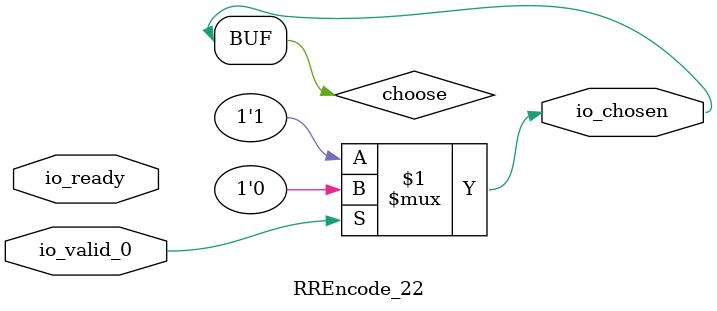
<source format=v>
module RREncode_22(
    input  io_valid_0,
    output io_chosen,
    input  io_ready);
  wire choose;
  assign io_chosen = choose;
  assign choose = io_valid_0 ? 1'h0 : 1'h1;
endmodule
</source>
